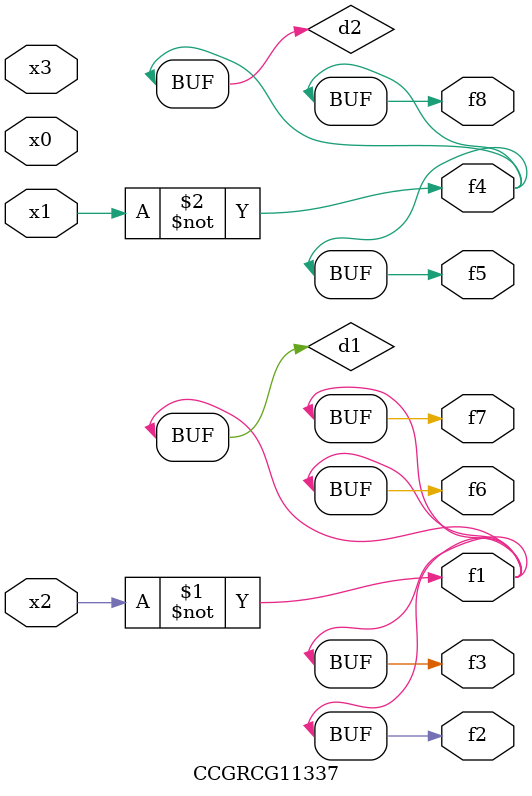
<source format=v>
module CCGRCG11337(
	input x0, x1, x2, x3,
	output f1, f2, f3, f4, f5, f6, f7, f8
);

	wire d1, d2;

	xnor (d1, x2);
	not (d2, x1);
	assign f1 = d1;
	assign f2 = d1;
	assign f3 = d1;
	assign f4 = d2;
	assign f5 = d2;
	assign f6 = d1;
	assign f7 = d1;
	assign f8 = d2;
endmodule

</source>
